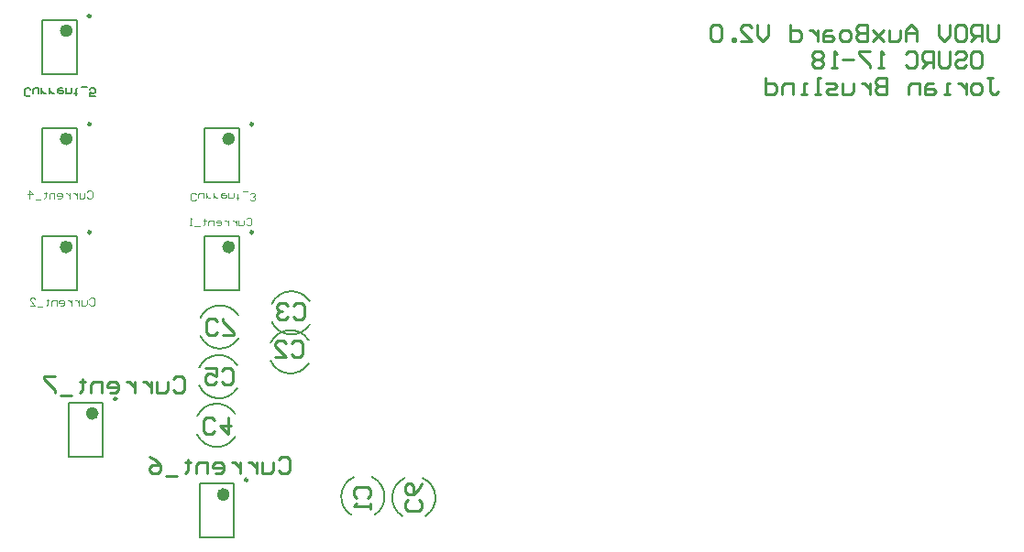
<source format=gbo>
G04 Layer_Color=32896*
%FSLAX24Y24*%
%MOIN*%
G70*
G01*
G75*
%ADD46C,0.0100*%
%ADD47C,0.0079*%
%ADD48C,0.0039*%
%ADD75C,0.0236*%
%ADD76C,0.0098*%
%ADD77C,0.0050*%
D46*
X45955Y40179D02*
Y39679D01*
X45855Y39579D01*
X45655D01*
X45555Y39679D01*
Y40179D01*
X45355Y39579D02*
Y40179D01*
X45055D01*
X44955Y40079D01*
Y39879D01*
X45055Y39779D01*
X45355D01*
X45155D02*
X44955Y39579D01*
X44456Y40179D02*
X44656D01*
X44756Y40079D01*
Y39679D01*
X44656Y39579D01*
X44456D01*
X44356Y39679D01*
Y40079D01*
X44456Y40179D01*
X44156D02*
Y39779D01*
X43956Y39579D01*
X43756Y39779D01*
Y40179D01*
X42956Y39579D02*
Y39979D01*
X42756Y40179D01*
X42556Y39979D01*
Y39579D01*
Y39879D01*
X42956D01*
X42356Y39979D02*
Y39679D01*
X42256Y39579D01*
X41956D01*
Y39979D01*
X41756D02*
X41357Y39579D01*
X41557Y39779D01*
X41357Y39979D01*
X41756Y39579D01*
X41157Y40179D02*
Y39579D01*
X40857D01*
X40757Y39679D01*
Y39779D01*
X40857Y39879D01*
X41157D01*
X40857D01*
X40757Y39979D01*
Y40079D01*
X40857Y40179D01*
X41157D01*
X40457Y39579D02*
X40257D01*
X40157Y39679D01*
Y39879D01*
X40257Y39979D01*
X40457D01*
X40557Y39879D01*
Y39679D01*
X40457Y39579D01*
X39857Y39979D02*
X39657D01*
X39557Y39879D01*
Y39579D01*
X39857D01*
X39957Y39679D01*
X39857Y39779D01*
X39557D01*
X39357Y39979D02*
Y39579D01*
Y39779D01*
X39257Y39879D01*
X39157Y39979D01*
X39057D01*
X38358Y40179D02*
Y39579D01*
X38657D01*
X38757Y39679D01*
Y39879D01*
X38657Y39979D01*
X38358D01*
X37558Y40179D02*
Y39779D01*
X37358Y39579D01*
X37158Y39779D01*
Y40179D01*
X36558Y39579D02*
X36958D01*
X36558Y39979D01*
Y40079D01*
X36658Y40179D01*
X36858D01*
X36958Y40079D01*
X36358Y39579D02*
Y39679D01*
X36258D01*
Y39579D01*
X36358D01*
X35858Y40079D02*
X35758Y40179D01*
X35558D01*
X35459Y40079D01*
Y39679D01*
X35558Y39579D01*
X35758D01*
X35858Y39679D01*
Y40079D01*
X45055Y39219D02*
X45255D01*
X45355Y39119D01*
Y38719D01*
X45255Y38619D01*
X45055D01*
X44955Y38719D01*
Y39119D01*
X45055Y39219D01*
X44356Y39119D02*
X44456Y39219D01*
X44656D01*
X44756Y39119D01*
Y39019D01*
X44656Y38919D01*
X44456D01*
X44356Y38819D01*
Y38719D01*
X44456Y38619D01*
X44656D01*
X44756Y38719D01*
X44156Y39219D02*
Y38719D01*
X44056Y38619D01*
X43856D01*
X43756Y38719D01*
Y39219D01*
X43556Y38619D02*
Y39219D01*
X43256D01*
X43156Y39119D01*
Y38919D01*
X43256Y38819D01*
X43556D01*
X43356D02*
X43156Y38619D01*
X42556Y39119D02*
X42656Y39219D01*
X42856D01*
X42956Y39119D01*
Y38719D01*
X42856Y38619D01*
X42656D01*
X42556Y38719D01*
X41756Y38619D02*
X41557D01*
X41657D01*
Y39219D01*
X41756Y39119D01*
X41257Y39219D02*
X40857D01*
Y39119D01*
X41257Y38719D01*
Y38619D01*
X40657Y38919D02*
X40257D01*
X40057Y38619D02*
X39857D01*
X39957D01*
Y39219D01*
X40057Y39119D01*
X39557D02*
X39457Y39219D01*
X39257D01*
X39157Y39119D01*
Y39019D01*
X39257Y38919D01*
X39157Y38819D01*
Y38719D01*
X39257Y38619D01*
X39457D01*
X39557Y38719D01*
Y38819D01*
X39457Y38919D01*
X39557Y39019D01*
Y39119D01*
X39457Y38919D02*
X39257D01*
X45555Y38259D02*
X45755D01*
X45655D01*
Y37759D01*
X45755Y37659D01*
X45855D01*
X45955Y37759D01*
X45255Y37659D02*
X45055D01*
X44955Y37759D01*
Y37959D01*
X45055Y38059D01*
X45255D01*
X45355Y37959D01*
Y37759D01*
X45255Y37659D01*
X44756Y38059D02*
Y37659D01*
Y37859D01*
X44656Y37959D01*
X44556Y38059D01*
X44456D01*
X44156Y37659D02*
X43956D01*
X44056D01*
Y38059D01*
X44156D01*
X43556D02*
X43356D01*
X43256Y37959D01*
Y37659D01*
X43556D01*
X43656Y37759D01*
X43556Y37859D01*
X43256D01*
X43056Y37659D02*
Y38059D01*
X42756D01*
X42656Y37959D01*
Y37659D01*
X41856Y38259D02*
Y37659D01*
X41557D01*
X41457Y37759D01*
Y37859D01*
X41557Y37959D01*
X41856D01*
X41557D01*
X41457Y38059D01*
Y38159D01*
X41557Y38259D01*
X41856D01*
X41257Y38059D02*
Y37659D01*
Y37859D01*
X41157Y37959D01*
X41057Y38059D01*
X40957D01*
X40657D02*
Y37759D01*
X40557Y37659D01*
X40257D01*
Y38059D01*
X40057Y37659D02*
X39757D01*
X39657Y37759D01*
X39757Y37859D01*
X39957D01*
X40057Y37959D01*
X39957Y38059D01*
X39657D01*
X39457Y37659D02*
X39257D01*
X39357D01*
Y38259D01*
X39457D01*
X38957Y37659D02*
X38757D01*
X38857D01*
Y38059D01*
X38957D01*
X38458Y37659D02*
Y38059D01*
X38158D01*
X38058Y37959D01*
Y37659D01*
X37458Y38259D02*
Y37659D01*
X37758D01*
X37858Y37759D01*
Y37959D01*
X37758Y38059D01*
X37458D01*
X22610Y22947D02*
X22510Y23047D01*
Y23246D01*
X22610Y23346D01*
X23010D01*
X23110Y23246D01*
Y23047D01*
X23010Y22947D01*
X23110Y22747D02*
Y22547D01*
Y22647D01*
X22510D01*
X22610Y22747D01*
X20230Y28571D02*
X20330Y28671D01*
X20530D01*
X20630Y28571D01*
Y28171D01*
X20530Y28071D01*
X20330D01*
X20230Y28171D01*
X19630Y28071D02*
X20030D01*
X19630Y28471D01*
Y28571D01*
X19730Y28671D01*
X19930D01*
X20030Y28571D01*
X20309Y29949D02*
X20409Y30049D01*
X20609D01*
X20709Y29949D01*
Y29549D01*
X20609Y29449D01*
X20409D01*
X20309Y29549D01*
X20109Y29949D02*
X20009Y30049D01*
X19809D01*
X19709Y29949D01*
Y29849D01*
X19809Y29749D01*
X19909D01*
X19809D01*
X19709Y29649D01*
Y29549D01*
X19809Y29449D01*
X20009D01*
X20109Y29549D01*
X17447Y25366D02*
X17347Y25266D01*
X17147D01*
X17047Y25366D01*
Y25766D01*
X17147Y25866D01*
X17347D01*
X17447Y25766D01*
X17947Y25866D02*
Y25266D01*
X17647Y25566D01*
X18047D01*
X17710Y27586D02*
X17810Y27686D01*
X18010D01*
X18110Y27586D01*
Y27187D01*
X18010Y27087D01*
X17810D01*
X17710Y27187D01*
X17111Y27686D02*
X17510D01*
Y27387D01*
X17311Y27486D01*
X17211D01*
X17111Y27387D01*
Y27187D01*
X17211Y27087D01*
X17410D01*
X17510Y27187D01*
X24870Y22880D02*
X24970Y22780D01*
Y22580D01*
X24870Y22480D01*
X24470D01*
X24370Y22580D01*
Y22780D01*
X24470Y22880D01*
X24970Y23480D02*
X24870Y23280D01*
X24670Y23080D01*
X24470D01*
X24370Y23180D01*
Y23380D01*
X24470Y23480D01*
X24570D01*
X24670Y23380D01*
Y23080D01*
X17526Y28988D02*
X17426Y28888D01*
X17226D01*
X17126Y28988D01*
Y29388D01*
X17226Y29488D01*
X17426D01*
X17526Y29388D01*
X17726Y28888D02*
X18126D01*
Y28988D01*
X17726Y29388D01*
Y29488D01*
X19758Y24358D02*
X19858Y24458D01*
X20058D01*
X20157Y24358D01*
Y23958D01*
X20058Y23858D01*
X19858D01*
X19758Y23958D01*
X19558Y24258D02*
Y23958D01*
X19458Y23858D01*
X19158D01*
Y24258D01*
X18958D02*
Y23858D01*
Y24058D01*
X18858Y24158D01*
X18758Y24258D01*
X18658D01*
X18358D02*
Y23858D01*
Y24058D01*
X18258Y24158D01*
X18158Y24258D01*
X18058D01*
X17458Y23858D02*
X17658D01*
X17758Y23958D01*
Y24158D01*
X17658Y24258D01*
X17458D01*
X17358Y24158D01*
Y24058D01*
X17758D01*
X17158Y23858D02*
Y24258D01*
X16859D01*
X16759Y24158D01*
Y23858D01*
X16459Y24358D02*
Y24258D01*
X16559D01*
X16359D01*
X16459D01*
Y23958D01*
X16359Y23858D01*
X16059Y23758D02*
X15659D01*
X15059Y24458D02*
X15259Y24358D01*
X15459Y24158D01*
Y23958D01*
X15359Y23858D01*
X15159D01*
X15059Y23958D01*
Y24058D01*
X15159Y24158D01*
X15459D01*
X15939Y27271D02*
X16039Y27371D01*
X16239D01*
X16339Y27271D01*
Y26872D01*
X16239Y26772D01*
X16039D01*
X15939Y26872D01*
X15739Y27172D02*
Y26872D01*
X15639Y26772D01*
X15339D01*
Y27172D01*
X15139D02*
Y26772D01*
Y26972D01*
X15039Y27072D01*
X14939Y27172D01*
X14839D01*
X14539D02*
Y26772D01*
Y26972D01*
X14439Y27072D01*
X14339Y27172D01*
X14239D01*
X13639Y26772D02*
X13839D01*
X13939Y26872D01*
Y27072D01*
X13839Y27172D01*
X13639D01*
X13539Y27072D01*
Y26972D01*
X13939D01*
X13340Y26772D02*
Y27172D01*
X13040D01*
X12940Y27072D01*
Y26772D01*
X12640Y27271D02*
Y27172D01*
X12740D01*
X12540D01*
X12640D01*
Y26872D01*
X12540Y26772D01*
X12240Y26672D02*
X11840D01*
X11640Y27371D02*
X11240D01*
Y27271D01*
X11640Y26872D01*
Y26772D01*
D47*
X16882Y27035D02*
G03*
X18262Y26939I716J327D01*
G01*
Y27785D02*
G03*
X16882Y27690I-664J-423D01*
G01*
X19520Y29358D02*
G03*
X20900Y29262I716J327D01*
G01*
Y30108D02*
G03*
X19520Y30012I-664J-423D01*
G01*
X16804Y25263D02*
G03*
X18184Y25167I716J327D01*
G01*
Y26014D02*
G03*
X16804Y25918I-664J-423D01*
G01*
X24358Y23669D02*
G03*
X24262Y22289I327J-716D01*
G01*
X25108D02*
G03*
X25012Y23669I-423J664D01*
G01*
X22507Y23708D02*
G03*
X22411Y22328I327J-716D01*
G01*
X23258D02*
G03*
X23162Y23708I-423J664D01*
G01*
X19481Y27940D02*
G03*
X20861Y27844I716J327D01*
G01*
Y28691D02*
G03*
X19481Y28595I-664J-423D01*
G01*
X16922Y28846D02*
G03*
X18302Y28750I716J327D01*
G01*
Y29596D02*
G03*
X16922Y29501I-664J-423D01*
G01*
X16890Y21496D02*
X18150D01*
X16890Y23465D02*
X18150D01*
X16890Y21496D02*
Y23465D01*
X18150Y21496D02*
Y23465D01*
X11181Y34449D02*
X12441D01*
X11181Y36417D02*
X12441D01*
X11181Y34449D02*
Y36417D01*
X12441Y34449D02*
Y36417D01*
X12126Y24449D02*
X13386D01*
X12126Y26417D02*
X13386D01*
X12126Y24449D02*
Y26417D01*
X13386Y24449D02*
Y26417D01*
X11181Y30512D02*
X12441D01*
X11181Y32480D02*
X12441D01*
X11181Y30512D02*
Y32480D01*
X12441Y30512D02*
Y32480D01*
X17087Y30512D02*
X18346D01*
X17087Y32480D02*
X18346D01*
X17087Y30512D02*
Y32480D01*
X18346Y30512D02*
Y32480D01*
X17087Y34449D02*
X18346D01*
X17087Y36417D02*
X18346D01*
X17087Y34449D02*
Y36417D01*
X18346Y34449D02*
Y36417D01*
X11181Y38386D02*
X12441D01*
X11181Y40354D02*
X12441D01*
X11181Y38386D02*
Y40354D01*
X12441Y38386D02*
Y40354D01*
D48*
X18596Y33104D02*
X18642Y33150D01*
X18734D01*
X18780Y33104D01*
Y32920D01*
X18734Y32874D01*
X18642D01*
X18596Y32920D01*
X18504Y33058D02*
Y32920D01*
X18458Y32874D01*
X18320D01*
Y33058D01*
X18229D02*
Y32874D01*
Y32966D01*
X18183Y33012D01*
X18137Y33058D01*
X18091D01*
X17953D02*
Y32874D01*
Y32966D01*
X17907Y33012D01*
X17861Y33058D01*
X17815D01*
X17540Y32874D02*
X17632D01*
X17678Y32920D01*
Y33012D01*
X17632Y33058D01*
X17540D01*
X17494Y33012D01*
Y32966D01*
X17678D01*
X17402Y32874D02*
Y33058D01*
X17264D01*
X17218Y33012D01*
Y32874D01*
X17081Y33104D02*
Y33058D01*
X17127D01*
X17035D01*
X17081D01*
Y32920D01*
X17035Y32874D01*
X16897Y32828D02*
X16713D01*
X16621Y32874D02*
X16530D01*
X16576D01*
Y33150D01*
X16621Y33104D01*
X16758Y33826D02*
X16713Y33780D01*
X16621D01*
X16575Y33826D01*
Y34009D01*
X16621Y34055D01*
X16713D01*
X16758Y34009D01*
X16850Y33871D02*
Y34009D01*
X16896Y34055D01*
X17034D01*
Y33871D01*
X17126D02*
Y34055D01*
Y33963D01*
X17172Y33917D01*
X17218Y33871D01*
X17264D01*
X17401D02*
Y34055D01*
Y33963D01*
X17447Y33917D01*
X17493Y33871D01*
X17539D01*
X17815Y34055D02*
X17723D01*
X17677Y34009D01*
Y33917D01*
X17723Y33871D01*
X17815D01*
X17860Y33917D01*
Y33963D01*
X17677D01*
X17952Y34055D02*
Y33871D01*
X18090D01*
X18136Y33917D01*
Y34055D01*
X18274Y33826D02*
Y33871D01*
X18228D01*
X18320D01*
X18274D01*
Y34009D01*
X18320Y34055D01*
X18457Y34101D02*
X18641D01*
X18733Y33826D02*
X18779Y33780D01*
X18871D01*
X18917Y33826D01*
Y33871D01*
X18871Y33917D01*
X18825D01*
X18871D01*
X18917Y33963D01*
Y34009D01*
X18871Y34055D01*
X18779D01*
X18733Y34009D01*
X12808Y34088D02*
X12854Y34134D01*
X12946D01*
X12992Y34088D01*
Y33904D01*
X12946Y33858D01*
X12854D01*
X12808Y33904D01*
X12717Y34042D02*
Y33904D01*
X12671Y33858D01*
X12533D01*
Y34042D01*
X12441D02*
Y33858D01*
Y33950D01*
X12395Y33996D01*
X12349Y34042D01*
X12303D01*
X12166D02*
Y33858D01*
Y33950D01*
X12120Y33996D01*
X12074Y34042D01*
X12028D01*
X11752Y33858D02*
X11844D01*
X11890Y33904D01*
Y33996D01*
X11844Y34042D01*
X11752D01*
X11706Y33996D01*
Y33950D01*
X11890D01*
X11615Y33858D02*
Y34042D01*
X11477D01*
X11431Y33996D01*
Y33858D01*
X11293Y34088D02*
Y34042D01*
X11339D01*
X11247D01*
X11293D01*
Y33904D01*
X11247Y33858D01*
X11110Y33812D02*
X10926D01*
X10696Y33858D02*
Y34134D01*
X10834Y33996D01*
X10650D01*
X12887Y30190D02*
X12933Y30236D01*
X13025D01*
X13071Y30190D01*
Y30007D01*
X13025Y29961D01*
X12933D01*
X12887Y30007D01*
X12795Y30144D02*
Y30007D01*
X12749Y29961D01*
X12612D01*
Y30144D01*
X12520D02*
Y29961D01*
Y30052D01*
X12474Y30098D01*
X12428Y30144D01*
X12382D01*
X12244D02*
Y29961D01*
Y30052D01*
X12198Y30098D01*
X12153Y30144D01*
X12107D01*
X11831Y29961D02*
X11923D01*
X11969Y30007D01*
Y30098D01*
X11923Y30144D01*
X11831D01*
X11785Y30098D01*
Y30052D01*
X11969D01*
X11693Y29961D02*
Y30144D01*
X11556D01*
X11510Y30098D01*
Y29961D01*
X11372Y30190D02*
Y30144D01*
X11418D01*
X11326D01*
X11372D01*
Y30007D01*
X11326Y29961D01*
X11188Y29915D02*
X11005D01*
X10729Y29961D02*
X10913D01*
X10729Y30144D01*
Y30190D01*
X10775Y30236D01*
X10867D01*
X10913Y30190D01*
D75*
X17874Y23071D02*
G03*
X17874Y23071I-118J0D01*
G01*
X12165Y36024D02*
G03*
X12165Y36024I-118J0D01*
G01*
X13110Y26024D02*
G03*
X13110Y26024I-118J0D01*
G01*
X12165Y32087D02*
G03*
X12165Y32087I-118J0D01*
G01*
X18071D02*
G03*
X18071Y32087I-118J0D01*
G01*
Y36024D02*
G03*
X18071Y36024I-118J0D01*
G01*
X12165Y39961D02*
G03*
X12165Y39961I-118J0D01*
G01*
D76*
X18642Y23604D02*
G03*
X18642Y23604I-49J0D01*
G01*
X12933Y36557D02*
G03*
X12933Y36557I-49J0D01*
G01*
X13878Y26557D02*
G03*
X13878Y26557I-49J0D01*
G01*
X12933Y32620D02*
G03*
X12933Y32620I-49J0D01*
G01*
X18839D02*
G03*
X18839Y32620I-49J0D01*
G01*
Y36557D02*
G03*
X18839Y36557I-49J0D01*
G01*
X12933Y40494D02*
G03*
X12933Y40494I-49J0D01*
G01*
D77*
X10751Y37624D02*
X10701Y37574D01*
X10601D01*
X10551Y37624D01*
Y37824D01*
X10601Y37874D01*
X10701D01*
X10751Y37824D01*
X10851Y37674D02*
Y37824D01*
X10901Y37874D01*
X11051D01*
Y37674D01*
X11151D02*
Y37874D01*
Y37774D01*
X11201Y37724D01*
X11251Y37674D01*
X11301D01*
X11451D02*
Y37874D01*
Y37774D01*
X11501Y37724D01*
X11551Y37674D01*
X11601D01*
X11901Y37874D02*
X11801D01*
X11751Y37824D01*
Y37724D01*
X11801Y37674D01*
X11901D01*
X11951Y37724D01*
Y37774D01*
X11751D01*
X12051Y37874D02*
Y37674D01*
X12201D01*
X12251Y37724D01*
Y37874D01*
X12401Y37624D02*
Y37674D01*
X12351D01*
X12451D01*
X12401D01*
Y37824D01*
X12451Y37874D01*
X12601Y37924D02*
X12800D01*
X13100Y37574D02*
X12900D01*
Y37724D01*
X13000Y37674D01*
X13050D01*
X13100Y37724D01*
Y37824D01*
X13050Y37874D01*
X12950D01*
X12900Y37824D01*
M02*

</source>
